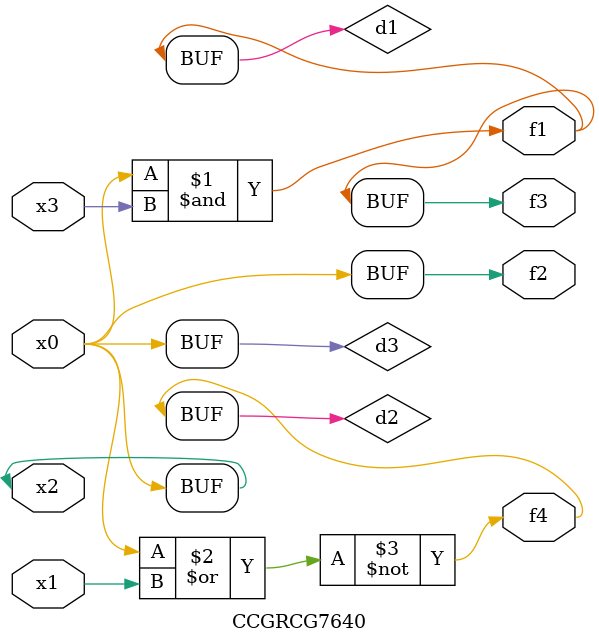
<source format=v>
module CCGRCG7640(
	input x0, x1, x2, x3,
	output f1, f2, f3, f4
);

	wire d1, d2, d3;

	and (d1, x2, x3);
	nor (d2, x0, x1);
	buf (d3, x0, x2);
	assign f1 = d1;
	assign f2 = d3;
	assign f3 = d1;
	assign f4 = d2;
endmodule

</source>
